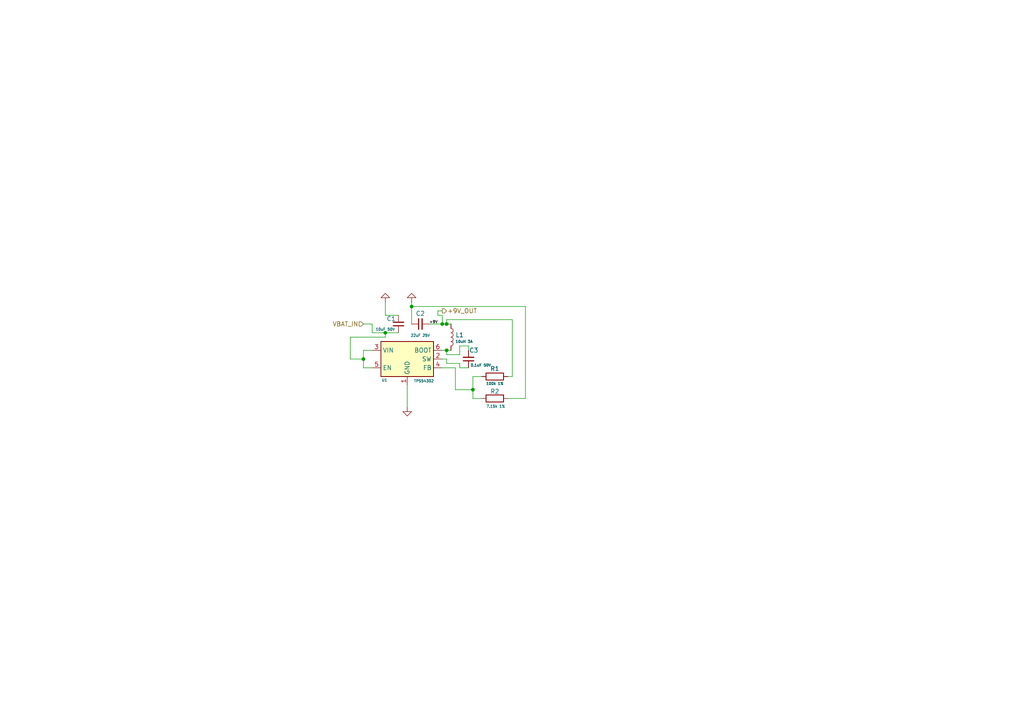
<source format=kicad_sch>
(kicad_sch (version 20250114) (generator "eeschema") (generator_version "9.0")
  (paper "A4")
  (lib_symbols
    (symbol "Device:C_Small" (pin_numbers (hide yes)) (pin_names (offset 0.254) (hide yes))
      (property "Reference" "C" (at 0.254 1.778 0))
      (property "Value" "C_Small" (at 0.254 -2.032 0))
      (symbol "C_Small_0_1"
        (polyline (pts (xy -1.524 0.508) (xy 1.524 0.508)) (stroke (width 0.3048)))
        (polyline (pts (xy -1.524 -0.508) (xy 1.524 -0.508)) (stroke (width 0.3302)))
      )
      (symbol "C_Small_1_1"
        (pin passive line (at 0 2.54 270) (length 2.032) (name "~") (number "1"))
        (pin passive line (at 0 -2.54 90) (length 2.032) (name "~") (number "2"))
      )
    )
    (symbol "Device:L" (pin_numbers (hide yes)) (pin_names (offset 1.016) (hide yes))
      (property "Reference" "L" (at -1.27 0 90))
      (property "Value" "L" (at 1.905 0 90))
      (symbol "L_0_1"
        (arc (start 0 2.54) (mid 0.6323 1.905) (end 0 1.27))
        (arc (start 0 1.27) (mid 0.6323 0.635) (end 0 0))
        (arc (start 0 0) (mid 0.6323 -0.635) (end 0 -1.27))
        (arc (start 0 -1.27) (mid 0.6323 -1.905) (end 0 -2.54))
      )
      (symbol "L_1_1"
        (pin passive line (at 0 3.81 270) (length 1.27) (name "1") (number "1"))
        (pin passive line (at 0 -3.81 90) (length 1.27) (name "2") (number "2"))
      )
    )
    (symbol "Device:R" (pin_numbers (hide yes)) (pin_names (offset 0))
      (property "Reference" "R" (at 2.032 0 90))
      (property "Value" "R" (at 0 0 90))
      (symbol "R_0_1"
        (rectangle (start -1.016 -2.54) (end 1.016 2.54) (stroke (width 0.254)))
      )
      (symbol "R_1_1"
        (pin passive line (at 0 3.81 270) (length 1.27) (name "~") (number "1"))
        (pin passive line (at 0 -3.81 90) (length 1.27) (name "~") (number "2"))
      )
    )
    (symbol "Regulator_Switching:TPS54302"
      (property "Reference" "U" (at -7.62 6.35 0))
      (property "Value" "TPS54302" (at 0 6.35 0))
      (symbol "TPS54302_0_1"
        (rectangle (start -7.62 5.08) (end 7.62 -5.08) (stroke (width 0.254)) (fill (type background)))
      )
      (symbol "TPS54302_1_1"
        (pin power_in line (at -10.16 2.54 0) (length 2.54) (name "VIN") (number "3"))
        (pin input line (at -10.16 -2.54 0) (length 2.54) (name "EN") (number "5"))
        (pin power_in line (at 0 -7.62 90) (length 2.54) (name "GND") (number "1"))
        (pin passive line (at 10.16 2.54 180) (length 2.54) (name "BOOT") (number "6"))
        (pin power_out line (at 10.16 0 180) (length 2.54) (name "SW") (number "2"))
        (pin input line (at 10.16 -2.54 180) (length 2.54) (name "FB") (number "4"))
      )
    )
    (symbol "power:GND" (power) (pin_numbers (hide yes)) (pin_names (offset 0) (hide yes))
      (property "Value" "GND" (at 0 -3.81 0))
      (symbol "GND_0_1"
        (polyline (pts (xy 0 0) (xy 0 -1.27) (xy 1.27 -1.27) (xy 0 -2.54) (xy -1.27 -1.27) (xy 0 -1.27)))
      )
      (symbol "GND_1_1"
        (pin power_in line (at 0 0 270) (length 0) (name "~") (number "1"))
      )
    )
  )
  (junction (at 129.54 93.98))
  (junction (at 105.41 104.14))
  (junction (at 128.27 93.98))
  (junction (at 111.76 96.52))
  (junction (at 129.54 101.6))
  (junction (at 119.38 88.9))
  (junction (at 137.16 113.03))
  (wire (pts (xy 132.08 106.68) (xy 128.27 106.68)))
  (wire (pts (xy 111.76 87.63) (xy 111.76 91.44)))
  (wire (pts (xy 133.35 100.33) (xy 135.89 100.33)))
  (wire (pts (xy 105.41 93.98) (xy 107.95 93.98)))
  (wire (pts (xy 133.35 102.87) (xy 133.35 100.33)))
  (wire (pts (xy 128.27 101.6) (xy 129.54 101.6)))
  (wire (pts (xy 128.27 93.98) (xy 129.54 93.98)))
  (wire (pts (xy 127 90.17) (xy 127 91.44)))
  (wire (pts (xy 105.41 104.14) (xy 101.6 104.14)))
  (wire (pts (xy 129.54 102.87) (xy 133.35 102.87)))
  (wire (pts (xy 119.38 87.63) (xy 119.38 88.9)))
  (wire (pts (xy 128.27 91.44) (xy 128.27 93.98)))
  (wire (pts (xy 129.54 93.98) (xy 129.54 92.71)))
  (wire (pts (xy 128.27 90.17) (xy 127 90.17)))
  (wire (pts (xy 105.41 104.14) (xy 105.41 106.68)))
  (wire (pts (xy 139.7 115.57) (xy 137.16 115.57)))
  (wire (pts (xy 118.11 111.76) (xy 118.11 118.11)))
  (wire (pts (xy 133.35 105.41) (xy 129.54 105.41)))
  (wire (pts (xy 111.76 97.79) (xy 111.76 96.52)))
  (wire (pts (xy 101.6 104.14) (xy 101.6 97.79)))
  (wire (pts (xy 129.54 101.6) (xy 130.81 101.6)))
  (wire (pts (xy 101.6 97.79) (xy 111.76 97.79)))
  (wire (pts (xy 152.4 115.57) (xy 147.32 115.57)))
  (wire (pts (xy 105.41 101.6) (xy 105.41 104.14)))
  (wire (pts (xy 111.76 91.44) (xy 115.57 91.44)))
  (wire (pts (xy 119.38 88.9) (xy 119.38 93.98)))
  (wire (pts (xy 137.16 109.22) (xy 139.7 109.22)))
  (wire (pts (xy 119.38 88.9) (xy 152.4 88.9)))
  (wire (pts (xy 107.95 101.6) (xy 105.41 101.6)))
  (wire (pts (xy 135.89 100.33) (xy 135.89 101.6)))
  (wire (pts (xy 115.57 96.52) (xy 111.76 96.52)))
  (wire (pts (xy 128.27 104.14) (xy 129.54 104.14)))
  (wire (pts (xy 132.08 113.03) (xy 132.08 106.68)))
  (wire (pts (xy 137.16 113.03) (xy 132.08 113.03)))
  (wire (pts (xy 129.54 105.41) (xy 129.54 104.14)))
  (wire (pts (xy 111.76 96.52) (xy 107.95 96.52)))
  (wire (pts (xy 129.54 101.6) (xy 129.54 102.87)))
  (wire (pts (xy 152.4 88.9) (xy 152.4 115.57)))
  (wire (pts (xy 105.41 106.68) (xy 107.95 106.68)))
  (wire (pts (xy 127 91.44) (xy 128.27 91.44)))
  (wire (pts (xy 147.32 109.22) (xy 148.59 109.22)))
  (wire (pts (xy 137.16 113.03) (xy 137.16 109.22)))
  (wire (pts (xy 129.54 93.98) (xy 130.81 93.98)))
  (wire (pts (xy 148.59 92.71) (xy 148.59 109.22)))
  (wire (pts (xy 133.35 106.68) (xy 133.35 105.41)))
  (wire (pts (xy 124.46 93.98) (xy 128.27 93.98)))
  (wire (pts (xy 137.16 115.57) (xy 137.16 113.03)))
  (wire (pts (xy 107.95 93.98) (xy 107.95 96.52)))
  (wire (pts (xy 129.54 92.71) (xy 148.59 92.71)))
  (wire (pts (xy 135.89 106.68) (xy 133.35 106.68)))
  (label "+9V" (at 124.46 93.98 0) (effects (font (size 0.762 0.762))))
  (hierarchical_label "+9V_OUT" (shape output) (at 128.27 90.17 0))
  (hierarchical_label "VBAT_IN" (shape input) (at 105.41 93.98 180))
  (symbol (lib_id "Device:C_Small") (at 115.57 93.98 180) (unit 1)
    (property "Reference" "C1" (at 114.808 92.456 0) (effects (justify left)))
    (property "Value" "10uF 50V" (at 114.554 95.504 0) (effects (font (size 0.762 0.762)) (justify left)))
    (property "Description" "Unpolarized capacitor, small symbol" (effects (hide yes)))
  )
  (symbol (lib_id "power:GND") (at 111.76 87.63 180) (unit 1)
    (property "Reference" "#PWR01" (effects (hide yes)))
    (property "Value" "GND" (effects (hide yes)))
    (property "Description" "Power symbol creates a global label with name \"GND\" , ground" (effects (hide yes)))
  )
  (symbol (lib_id "Device:R") (at 143.51 109.22 90) (unit 1)
    (property "Reference" "R1" (at 143.51 106.934 90))
    (property "Value" "100k 1%" (at 143.51 111.252 90) (effects (font (size 0.762 0.762))))
    (property "Description" "Resistor" (effects (hide yes)))
  )
  (symbol (lib_id "power:GND") (at 118.11 118.11 0) (unit 1)
    (property "Reference" "#PWR02" (effects (hide yes)))
    (property "Value" "GND" (effects (hide yes)))
    (property "Description" "Power symbol creates a global label with name \"GND\" , ground" (effects (hide yes)))
  )
  (symbol (lib_id "Regulator_Switching:TPS54302") (at 118.11 104.14 0) (unit 1)
    (property "Reference" "U1" (at 111.506 110.236 0) (effects (font (size 0.762 0.762))))
    (property "Value" "TPS54302" (at 122.936 110.49 0) (effects (font (size 0.762 0.762))))
    (property "Footprint" "Package_TO_SOT_SMD:SOT-23-6" (effects (hide yes)))
    (property "Datasheet" "http://www.ti.com/lit/ds/symlink/tps54302.pdf" (effects (hide yes)))
    (property "Description" "3A, 4.5 to 28V Input, EMI Friendly integrated switch synchronous step-down regulator, pulse-skipping, SOT-23-6" (effects (hide yes)))
  )
  (symbol (lib_id "Device:C_Small") (at 135.89 104.14 180) (unit 1)
    (property "Reference" "C3" (at 137.414 101.6 0))
    (property "Value" "0.1uF 50V" (at 139.446 105.918 0) (effects (font (size 0.762 0.762))))
    (property "Description" "Unpolarized capacitor, small symbol" (effects (hide yes)))
  )
  (symbol (lib_id "Device:L") (at 130.81 97.79 0) (unit 1)
    (property "Reference" "L1" (at 132.08 97.1549 0) (effects (justify left)))
    (property "Value" "10uH 3A" (at 132.08 99.06 0) (effects (font (size 0.762 0.762)) (justify left)))
    (property "Description" "Inductor" (effects (hide yes)))
  )
  (symbol (lib_id "Device:C_Small") (at 121.92 93.98 90) (unit 1)
    (property "Reference" "C2" (at 121.92 90.932 90))
    (property "Value" "22uF 25V" (at 121.92 97.282 90) (effects (font (size 0.762 0.762))))
    (property "Description" "Unpolarized capacitor, small symbol" (effects (hide yes)))
  )
  (symbol (lib_id "power:GND") (at 119.38 87.63 180) (unit 1)
    (property "Reference" "#PWR03" (effects (hide yes)))
    (property "Value" "GND" (effects (hide yes)))
    (property "Description" "Power symbol creates a global label with name \"GND\" , ground" (effects (hide yes)))
  )
  (symbol (lib_id "Device:R") (at 143.51 115.57 270) (unit 1)
    (property "Reference" "R2" (at 143.51 113.538 90))
    (property "Value" "7.15k 1%" (at 143.764 117.856 90) (effects (font (size 0.762 0.762))))
    (property "Description" "Resistor" (effects (hide yes)))
  )
)
</source>
